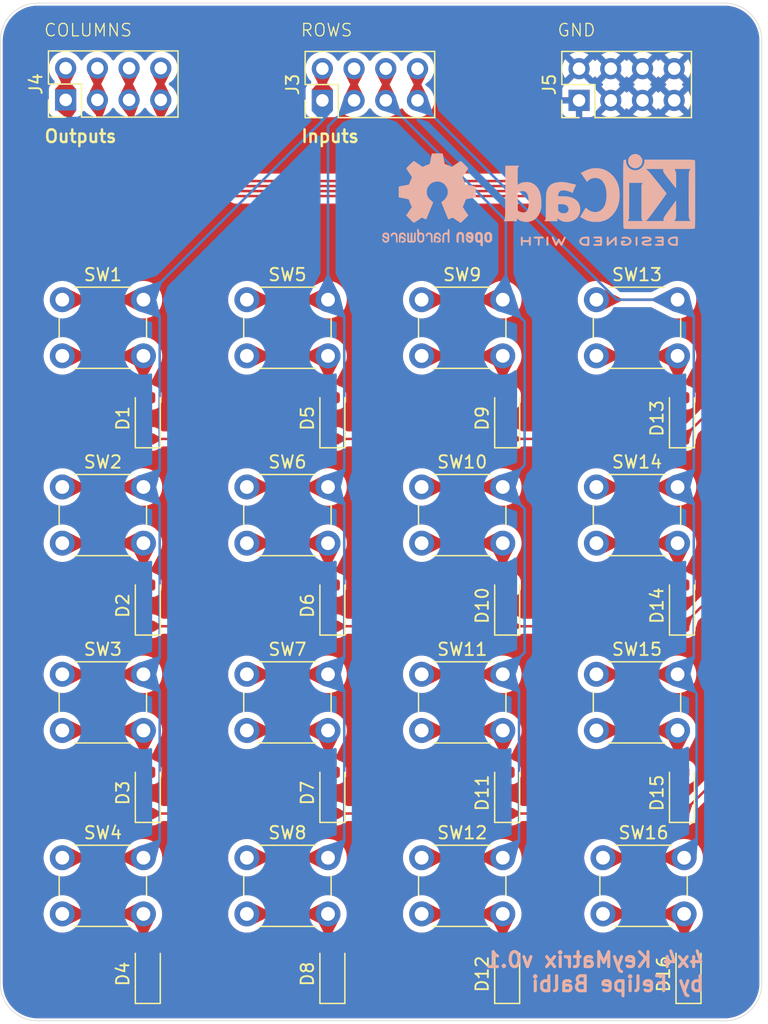
<source format=kicad_pcb>
(kicad_pcb (version 20241229) (generator "pcbnew") (generator_version "9.0")
  (layers (0 "F.Cu" signal) (2 "B.Cu" signal) (13 "F.Paste" user) (15 "B.Paste" user) (5 "F.SilkS" user "F.Silkscreen") (7 "B.SilkS" user "B.Silkscreen") (1 "F.Mask" user) (3 "B.Mask" user) (25 "Edge.Cuts" user))
  (net 0 "")
  (net 1 "COL1")
  (net 2 "Net-(D1-A)")
  (net 3 "COL2")
  (net 4 "Net-(D2-A)")
  (net 5 "COL3")
  (net 6 "Net-(D3-A)")
  (net 7 "COL4")
  (net 8 "Net-(D4-A)")
  (net 9 "Net-(D5-A)")
  (net 10 "Net-(D6-A)")
  (net 11 "Net-(D7-A)")
  (net 12 "Net-(D8-A)")
  (net 13 "Net-(D9-A)")
  (net 14 "Net-(D10-A)")
  (net 15 "Net-(D11-A)")
  (net 16 "Net-(D12-A)")
  (net 17 "Net-(D13-A)")
  (net 18 "Net-(D14-A)")
  (net 19 "Net-(D15-A)")
  (net 20 "Net-(D16-A)")
  (net 21 "ROW4")
  (net 22 "ROW3")
  (net 23 "ROW2")
  (net 24 "ROW1")
  (net 25 "GND")
  (footprint "Button_Switch_THT:SW_PUSH_6mm" (layer "F.Cu") (at 127.25 97.19)
    (property "Reference" "SW12" (at 3.25 -2 0) (layer "F.SilkS"))
    (property "Value" "SW_Push")
    (pad "1" thru_hole circle (at 0 0 90) (size 2 2) (drill 1.1) (layers "*.Cu" "*.Mask") (net 22 "ROW3"))
    (pad "1" thru_hole circle (at 6.5 0 90) (size 2 2) (drill 1.1) (layers "*.Cu" "*.Mask") (net 22 "ROW3"))
    (pad "2" thru_hole circle (at 0 4.5 90) (size 2 2) (drill 1.1) (layers "*.Cu" "*.Mask") (net 16 "Net-(D12-A)"))
    (pad "2" thru_hole circle (at 6.5 4.5 90) (size 2 2) (drill 1.1) (layers "*.Cu" "*.Mask") (net 16 "Net-(D12-A)"))
  )
  (footprint "Diode_SMD:D_SOD-123" (layer "F.Cu") (at 148.625 106.5 90)
    (property "Reference" "D16" (at 0 -2 270) (layer "F.SilkS"))
    (property "Value" "1N4148W")
    (pad "1" smd roundrect (at -1.65 0 90) (size 0.9 1.2) (layers "F.Cu" "F.Mask" "F.Paste") (net 7 "COL4"))
    (pad "2" smd roundrect (at 1.65 0 90) (size 0.9 1.2) (layers "F.Cu" "F.Mask" "F.Paste") (net 20 "Net-(D16-A)"))
  )
  (footprint "Button_Switch_THT:SW_PUSH_6mm" (layer "F.Cu") (at 127.25 67.5)
    (property "Reference" "SW10" (at 3.25 -2 0) (layer "F.SilkS"))
    (property "Value" "SW_Push")
    (pad "1" thru_hole circle (at 0 0 90) (size 2 2) (drill 1.1) (layers "*.Cu" "*.Mask") (net 22 "ROW3"))
    (pad "1" thru_hole circle (at 6.5 0 90) (size 2 2) (drill 1.1) (layers "*.Cu" "*.Mask") (net 22 "ROW3"))
    (pad "2" thru_hole circle (at 0 4.5 90) (size 2 2) (drill 1.1) (layers "*.Cu" "*.Mask") (net 14 "Net-(D10-A)"))
    (pad "2" thru_hole circle (at 6.5 4.5 90) (size 2 2) (drill 1.1) (layers "*.Cu" "*.Mask") (net 14 "Net-(D10-A)"))
  )
  (footprint "Diode_SMD:D_SOD-123" (layer "F.Cu") (at 120.1 62 90)
    (property "Reference" "D5" (at 0 -2 270) (layer "F.SilkS"))
    (property "Value" "1N4148W")
    (pad "1" smd roundrect (at -1.65 0 90) (size 0.9 1.2) (layers "F.Cu" "F.Mask" "F.Paste") (net 1 "COL1"))
    (pad "2" smd roundrect (at 1.65 0 90) (size 0.9 1.2) (layers "F.Cu" "F.Mask" "F.Paste") (net 9 "Net-(D5-A)"))
  )
  (footprint "Connector_PinHeader_2.54mm:PinHeader_2x04_P2.54mm_Vertical" (layer "F.Cu") (at 139.86 36.54 90)
    (property "Reference" "J5" (at 1.27 -2.38 90) (layer "F.SilkS"))
    (property "Value" "GND")
    (pad "1" thru_hole rect (at 0 0 90) (size 1.7 1.7) (drill 1) (layers "*.Cu" "*.Mask") (net 25 "GND"))
    (pad "2" thru_hole circle (at 2.54 0 90) (size 1.7 1.7) (drill 1) (layers "*.Cu" "*.Mask") (net 25 "GND"))
    (pad "3" thru_hole circle (at 0 2.54 90) (size 1.7 1.7) (drill 1) (layers "*.Cu" "*.Mask") (net 25 "GND"))
    (pad "4" thru_hole circle (at 2.54 2.54 90) (size 1.7 1.7) (drill 1) (layers "*.Cu" "*.Mask") (net 25 "GND"))
    (pad "5" thru_hole circle (at 0 5.08 90) (size 1.7 1.7) (drill 1) (layers "*.Cu" "*.Mask") (net 25 "GND"))
    (pad "6" thru_hole circle (at 2.54 5.08 90) (size 1.7 1.7) (drill 1) (layers "*.Cu" "*.Mask") (net 25 "GND"))
    (pad "7" thru_hole circle (at 0 7.62 90) (size 1.7 1.7) (drill 1) (layers "*.Cu" "*.Mask") (net 25 "GND"))
    (pad "8" thru_hole circle (at 2.54 7.62 90) (size 1.7 1.7) (drill 1) (layers "*.Cu" "*.Mask") (net 25 "GND"))
  )
  (footprint "Button_Switch_THT:SW_PUSH_6mm" (layer "F.Cu") (at 113.25 67.5)
    (property "Reference" "SW6" (at 3.25 -2 0) (layer "F.SilkS"))
    (property "Value" "SW_Push")
    (pad "1" thru_hole circle (at 0 0 90) (size 2 2) (drill 1.1) (layers "*.Cu" "*.Mask") (net 23 "ROW2"))
    (pad "1" thru_hole circle (at 6.5 0 90) (size 2 2) (drill 1.1) (layers "*.Cu" "*.Mask") (net 23 "ROW2"))
    (pad "2" thru_hole circle (at 0 4.5 90) (size 2 2) (drill 1.1) (layers "*.Cu" "*.Mask") (net 10 "Net-(D6-A)"))
    (pad "2" thru_hole circle (at 6.5 4.5 90) (size 2 2) (drill 1.1) (layers "*.Cu" "*.Mask") (net 10 "Net-(D6-A)"))
  )
  (footprint "Diode_SMD:D_SOD-123" (layer "F.Cu") (at 120.1 106.5 90)
    (property "Reference" "D8" (at 0 -2 270) (layer "F.SilkS"))
    (property "Value" "1N4148W")
    (pad "1" smd roundrect (at -1.65 0 90) (size 0.9 1.2) (layers "F.Cu" "F.Mask" "F.Paste") (net 7 "COL4"))
    (pad "2" smd roundrect (at 1.65 0 90) (size 0.9 1.2) (layers "F.Cu" "F.Mask" "F.Paste") (net 12 "Net-(D8-A)"))
  )
  (footprint "Button_Switch_THT:SW_PUSH_6mm" (layer "F.Cu") (at 113.25 52.5)
    (property "Reference" "SW5" (at 3.25 -2 0) (layer "F.SilkS"))
    (property "Value" "SW_Push")
    (pad "1" thru_hole circle (at 0 0 90) (size 2 2) (drill 1.1) (layers "*.Cu" "*.Mask") (net 23 "ROW2"))
    (pad "1" thru_hole circle (at 6.5 0 90) (size 2 2) (drill 1.1) (layers "*.Cu" "*.Mask") (net 23 "ROW2"))
    (pad "2" thru_hole circle (at 0 4.5 90) (size 2 2) (drill 1.1) (layers "*.Cu" "*.Mask") (net 9 "Net-(D5-A)"))
    (pad "2" thru_hole circle (at 6.5 4.5 90) (size 2 2) (drill 1.1) (layers "*.Cu" "*.Mask") (net 9 "Net-(D5-A)"))
  )
  (footprint "Diode_SMD:D_SOD-123" (layer "F.Cu") (at 105.315 106.5 90)
    (property "Reference" "D4" (at 0 -2 270) (layer "F.SilkS"))
    (property "Value" "1N4148W")
    (pad "1" smd roundrect (at -1.65 0 90) (size 0.9 1.2) (layers "F.Cu" "F.Mask" "F.Paste") (net 7 "COL4"))
    (pad "2" smd roundrect (at 1.65 0 90) (size 0.9 1.2) (layers "F.Cu" "F.Mask" "F.Paste") (net 8 "Net-(D4-A)"))
  )
  (footprint "Diode_SMD:D_SOD-123" (layer "F.Cu") (at 134.1 92 90)
    (property "Reference" "D11" (at 0 -2 270) (layer "F.SilkS"))
    (property "Value" "1N4148W")
    (pad "1" smd roundrect (at -1.65 0 90) (size 0.9 1.2) (layers "F.Cu" "F.Mask" "F.Paste") (net 5 "COL3"))
    (pad "2" smd roundrect (at 1.65 0 90) (size 0.9 1.2) (layers "F.Cu" "F.Mask" "F.Paste") (net 15 "Net-(D11-A)"))
  )
  (footprint "Diode_SMD:D_SOD-123" (layer "F.Cu") (at 134.1 62 90)
    (property "Reference" "D9" (at 0 -2 270) (layer "F.SilkS"))
    (property "Value" "1N4148W")
    (pad "1" smd roundrect (at -1.65 0 90) (size 0.9 1.2) (layers "F.Cu" "F.Mask" "F.Paste") (net 1 "COL1"))
    (pad "2" smd roundrect (at 1.65 0 90) (size 0.9 1.2) (layers "F.Cu" "F.Mask" "F.Paste") (net 13 "Net-(D9-A)"))
  )
  (footprint "Button_Switch_THT:SW_PUSH_6mm" (layer "F.Cu") (at 98.465 52.5)
    (property "Reference" "SW1" (at 3.25 -2 0) (layer "F.SilkS"))
    (property "Value" "SW_Push")
    (pad "1" thru_hole circle (at 0 0 90) (size 2 2) (drill 1.1) (layers "*.Cu" "*.Mask") (net 24 "ROW1"))
    (pad "1" thru_hole circle (at 6.5 0 90) (size 2 2) (drill 1.1) (layers "*.Cu" "*.Mask") (net 24 "ROW1"))
    (pad "2" thru_hole circle (at 0 4.5 90) (size 2 2) (drill 1.1) (layers "*.Cu" "*.Mask") (net 2 "Net-(D1-A)"))
    (pad "2" thru_hole circle (at 6.5 4.5 90) (size 2 2) (drill 1.1) (layers "*.Cu" "*.Mask") (net 2 "Net-(D1-A)"))
  )
  (footprint "Button_Switch_THT:SW_PUSH_6mm" (layer "F.Cu") (at 127.25 82.5)
    (property "Reference" "SW11" (at 3.25 -2 0) (layer "F.SilkS"))
    (property "Value" "SW_Push")
    (pad "1" thru_hole circle (at 0 0 90) (size 2 2) (drill 1.1) (layers "*.Cu" "*.Mask") (net 22 "ROW3"))
    (pad "1" thru_hole circle (at 6.5 0 90) (size 2 2) (drill 1.1) (layers "*.Cu" "*.Mask") (net 22 "ROW3"))
    (pad "2" thru_hole circle (at 0 4.5 90) (size 2 2) (drill 1.1) (layers "*.Cu" "*.Mask") (net 15 "Net-(D11-A)"))
    (pad "2" thru_hole circle (at 6.5 4.5 90) (size 2 2) (drill 1.1) (layers "*.Cu" "*.Mask") (net 15 "Net-(D11-A)"))
  )
  (footprint "Button_Switch_THT:SW_PUSH_6mm" (layer "F.Cu") (at 113.25 82.5)
    (property "Reference" "SW7" (at 3.25 -2 0) (layer "F.SilkS"))
    (property "Value" "SW_Push")
    (pad "1" thru_hole circle (at 0 0 90) (size 2 2) (drill 1.1) (layers "*.Cu" "*.Mask") (net 23 "ROW2"))
    (pad "1" thru_hole circle (at 6.5 0 90) (size 2 2) (drill 1.1) (layers "*.Cu" "*.Mask") (net 23 "ROW2"))
    (pad "2" thru_hole circle (at 0 4.5 90) (size 2 2) (drill 1.1) (layers "*.Cu" "*.Mask") (net 11 "Net-(D7-A)"))
    (pad "2" thru_hole circle (at 6.5 4.5 90) (size 2 2) (drill 1.1) (layers "*.Cu" "*.Mask") (net 11 "Net-(D7-A)"))
  )
  (footprint "Button_Switch_THT:SW_PUSH_6mm" (layer "F.Cu") (at 98.465 97.19)
    (property "Reference" "SW4" (at 3.25 -2 0) (layer "F.SilkS"))
    (property "Value" "SW_Push")
    (pad "1" thru_hole circle (at 0 0 90) (size 2 2) (drill 1.1) (layers "*.Cu" "*.Mask") (net 24 "ROW1"))
    (pad "1" thru_hole circle (at 6.5 0 90) (size 2 2) (drill 1.1) (layers "*.Cu" "*.Mask") (net 24 "ROW1"))
    (pad "2" thru_hole circle (at 0 4.5 90) (size 2 2) (drill 1.1) (layers "*.Cu" "*.Mask") (net 8 "Net-(D4-A)"))
    (pad "2" thru_hole circle (at 6.5 4.5 90) (size 2 2) (drill 1.1) (layers "*.Cu" "*.Mask") (net 8 "Net-(D4-A)"))
  )
  (footprint "Connector_PinHeader_2.54mm:PinHeader_2x04_P2.54mm_Vertical" (layer "F.Cu") (at 119.2975 36.54 90)
    (property "Reference" "J3" (at 1.27 -2.38 90) (layer "F.SilkS"))
    (property "Value" "ROWS")
    (pad "1" thru_hole rect (at 0 0 90) (size 1.7 1.7) (drill 1) (layers "*.Cu" "*.Mask") (net 24 "ROW1"))
    (pad "2" thru_hole circle (at 2.54 0 90) (size 1.7 1.7) (drill 1) (layers "*.Cu" "*.Mask") (net 24 "ROW1"))
    (pad "3" thru_hole circle (at 0 2.54 90) (size 1.7 1.7) (drill 1) (layers "*.Cu" "*.Mask") (net 23 "ROW2"))
    (pad "4" thru_hole circle (at 2.54 2.54 90) (size 1.7 1.7) (drill 1) (layers "*.Cu" "*.Mask") (net 23 "ROW2"))
    (pad "5" thru_hole circle (at 0 5.08 90) (size 1.7 1.7) (drill 1) (layers "*.Cu" "*.Mask") (net 22 "ROW3"))
    (pad "6" thru_hole circle (at 2.54 5.08 90) (size 1.7 1.7) (drill 1) (layers "*.Cu" "*.Mask") (net 22 "ROW3"))
    (pad "7" thru_hole circle (at 0 7.62 90) (size 1.7 1.7) (drill 1) (layers "*.Cu" "*.Mask") (net 21 "ROW4"))
    (pad "8" thru_hole circle (at 2.54 7.62 90) (size 1.7 1.7) (drill 1) (layers "*.Cu" "*.Mask") (net 21 "ROW4"))
  )
  (footprint "Diode_SMD:D_SOD-123" (layer "F.Cu") (at 120.1 92 90)
    (property "Reference" "D7" (at 0 -2 270) (layer "F.SilkS"))
    (property "Value" "1N4148W")
    (pad "1" smd roundrect (at -1.65 0 90) (size 0.9 1.2) (layers "F.Cu" "F.Mask" "F.Paste") (net 5 "COL3"))
    (pad "2" smd roundrect (at 1.65 0 90) (size 0.9 1.2) (layers "F.Cu" "F.Mask" "F.Paste") (net 11 "Net-(D7-A)"))
  )
  (footprint "Button_Switch_THT:SW_PUSH_6mm" (layer "F.Cu") (at 141.775 97.19)
    (property "Reference" "SW16" (at 3.25 -2 0) (layer "F.SilkS"))
    (property "Value" "SW_Push")
    (pad "1" thru_hole circle (at 0 0 90) (size 2 2) (drill 1.1) (layers "*.Cu" "*.Mask") (net 21 "ROW4"))
    (pad "1" thru_hole circle (at 6.5 0 90) (size 2 2) (drill 1.1) (layers "*.Cu" "*.Mask") (net 21 "ROW4"))
    (pad "2" thru_hole circle (at 0 4.5 90) (size 2 2) (drill 1.1) (layers "*.Cu" "*.Mask") (net 20 "Net-(D16-A)"))
    (pad "2" thru_hole circle (at 6.5 4.5 90) (size 2 2) (drill 1.1) (layers "*.Cu" "*.Mask") (net 20 "Net-(D16-A)"))
  )
  (footprint "Button_Switch_THT:SW_PUSH_6mm" (layer "F.Cu") (at 141.25 82.5)
    (property "Reference" "SW15" (at 3.25 -2 0) (layer "F.SilkS"))
    (property "Value" "SW_Push")
    (pad "1" thru_hole circle (at 0 0 90) (size 2 2) (drill 1.1) (layers "*.Cu" "*.Mask") (net 21 "ROW4"))
    (pad "1" thru_hole circle (at 6.5 0 90) (size 2 2) (drill 1.1) (layers "*.Cu" "*.Mask") (net 21 "ROW4"))
    (pad "2" thru_hole circle (at 0 4.5 90) (size 2 2) (drill 1.1) (layers "*.Cu" "*.Mask") (net 19 "Net-(D15-A)"))
    (pad "2" thru_hole circle (at 6.5 4.5 90) (size 2 2) (drill 1.1) (layers "*.Cu" "*.Mask") (net 19 "Net-(D15-A)"))
  )
  (footprint "Diode_SMD:D_SOD-123" (layer "F.Cu") (at 148.1 77 90)
    (property "Reference" "D14" (at 0 -2 270) (layer "F.SilkS"))
    (property "Value" "1N4148W")
    (pad "1" smd roundrect (at -1.65 0 90) (size 0.9 1.2) (layers "F.Cu" "F.Mask" "F.Paste") (net 3 "COL2"))
    (pad "2" smd roundrect (at 1.65 0 90) (size 0.9 1.2) (layers "F.Cu" "F.Mask" "F.Paste") (net 18 "Net-(D14-A)"))
  )
  (footprint "Diode_SMD:D_SOD-123" (layer "F.Cu") (at 148.1 62 90)
    (property "Reference" "D13" (at 0 -2 270) (layer "F.SilkS"))
    (property "Value" "1N4148W")
    (pad "1" smd roundrect (at -1.65 0 90) (size 0.9 1.2) (layers "F.Cu" "F.Mask" "F.Paste") (net 1 "COL1"))
    (pad "2" smd roundrect (at 1.65 0 90) (size 0.9 1.2) (layers "F.Cu" "F.Mask" "F.Paste") (net 17 "Net-(D13-A)"))
  )
  (footprint "Connector_PinHeader_2.54mm:PinHeader_2x04_P2.54mm_Vertical" (layer "F.Cu") (at 98.735 36.5 90)
    (property "Reference" "J4" (at 1.27 -2.38 90) (layer "F.SilkS"))
    (property "Value" "COLUMNS")
    (pad "1" thru_hole rect (at 0 0 90) (size 1.7 1.7) (drill 1) (layers "*.Cu" "*.Mask") (net 1 "COL1"))
    (pad "2" thru_hole circle (at 2.54 0 90) (size 1.7 1.7) (drill 1) (layers "*.Cu" "*.Mask") (net 1 "COL1"))
    (pad "3" thru_hole circle (at 0 2.54 90) (size 1.7 1.7) (drill 1) (layers "*.Cu" "*.Mask") (net 3 "COL2"))
    (pad "4" thru_hole circle (at 2.54 2.54 90) (size 1.7 1.7) (drill 1) (layers "*.Cu" "*.Mask") (net 3 "COL2"))
    (pad "5" thru_hole circle (at 0 5.08 90) (size 1.7 1.7) (drill 1) (layers "*.Cu" "*.Mask") (net 5 "COL3"))
    (pad "6" thru_hole circle (at 2.54 5.08 90) (size 1.7 1.7) (drill 1) (layers "*.Cu" "*.Mask") (net 5 "COL3"))
    (pad "7" thru_hole circle (at 0 7.62 90) (size 1.7 1.7) (drill 1) (layers "*.Cu" "*.Mask") (net 7 "COL4"))
    (pad "8" thru_hole circle (at 2.54 7.62 90) (size 1.7 1.7) (drill 1) (layers "*.Cu" "*.Mask") (net 7 "COL4"))
  )
  (footprint "Diode_SMD:D_SOD-123" (layer "F.Cu") (at 134.1 106.5 90)
    (property "Reference" "D12" (at 0 -2 270) (layer "F.SilkS"))
    (property "Value" "1N4148W")
    (pad "1" smd roundrect (at -1.65 0 90) (size 0.9 1.2) (layers "F.Cu" "F.Mask" "F.Paste") (net 7 "COL4"))
    (pad "2" smd roundrect (at 1.65 0 90) (size 0.9 1.2) (layers "F.Cu" "F.Mask" "F.Paste") (net 16 "Net-(D12-A)"))
  )
  (footprint "Button_Switch_THT:SW_PUSH_6mm" (layer "F.Cu") (at 141.25 52.5)
    (property "Reference" "SW13" (at 3.25 -2 0) (layer "F.SilkS"))
    (property "Value" "SW_Push")
    (pad "1" thru_hole circle (at 0 0 90) (size 2 2) (drill 1.1) (layers "*.Cu" "*.Mask") (net 21 "ROW4"))
    (pad "1" thru_hole circle (at 6.5 0 90) (size 2 2) (drill 1.1) (layers "*.Cu" "*.Mask") (net 21 "ROW4"))
    (pad "2" thru_hole circle (at 0 4.5 90) (size 2 2) (drill 1.1) (layers "*.Cu" "*.Mask") (net 17 "Net-(D13-A)"))
    (pad "2" thru_hole circle (at 6.5 4.5 90) (size 2 2) (drill 1.1) (layers "*.Cu" "*.Mask") (net 17 "Net-(D13-A)"))
  )
  (footprint "Diode_SMD:D_SOD-123" (layer "F.Cu") (at 105.315 62 90)
    (property "Reference" "D1" (at 0 -2 270) (layer "F.SilkS"))
    (property "Value" "1N4148W")
    (pad "1" smd roundrect (at -1.65 0 90) (size 0.9 1.2) (layers "F.Cu" "F.Mask" "F.Paste") (net 1 "COL1"))
    (pad "2" smd roundrect (at 1.65 0 90) (size 0.9 1.2) (layers "F.Cu" "F.Mask" "F.Paste") (net 2 "Net-(D1-A)"))
  )
  (footprint "Diode_SMD:D_SOD-123" (layer "F.Cu") (at 105.315 92 90)
    (property "Reference" "D3" (at 0 -2 270) (layer "F.SilkS"))
    (property "Value" "1N4148W")
    (pad "1" smd roundrect (at -1.65 0 90) (size 0.9 1.2) (layers "F.Cu" "F.Mask" "F.Paste") (net 5 "COL3"))
    (pad "2" smd roundrect (at 1.65 0 90) (size 0.9 1.2) (layers "F.Cu" "F.Mask" "F.Paste") (net 6 "Net-(D3-A)"))
  )
  (footprint "Button_Switch_THT:SW_PUSH_6mm" (layer "F.Cu") (at 127.25 52.5)
    (property "Reference" "SW9" (at 3.25 -2 0) (layer "F.SilkS"))
    (property "Value" "SW_Push")
    (pad "1" thru_hole circle (at 0 0 90) (size 2 2) (drill 1.1) (layers "*.Cu" "*.Mask") (net 22 "ROW3"))
    (pad "1" thru_hole circle (at 6.5 0 90) (size 2 2) (drill 1.1) (layers "*.Cu" "*.Mask") (net 22 "ROW3"))
    (pad "2" thru_hole circle (at 0 4.5 90) (size 2 2) (drill 1.1) (layers "*.Cu" "*.Mask") (net 13 "Net-(D9-A)"))
    (pad "2" thru_hole circle (at 6.5 4.5 90) (size 2 2) (drill 1.1) (layers "*.Cu" "*.Mask") (net 13 "Net-(D9-A)"))
  )
  (footprint "Button_Switch_THT:SW_PUSH_6mm" (layer "F.Cu") (at 113.25 97.19)
    (property "Reference" "SW8" (at 3.25 -2 0) (layer "F.SilkS"))
    (property "Value" "SW_Push")
    (pad "1" thru_hole circle (at 0 0 90) (size 2 2) (drill 1.1) (layers "*.Cu" "*.Mask") (net 23 "ROW2"))
    (pad "1" thru_hole circle (at 6.5 0 90) (size 2 2) (drill 1.1) (layers "*.Cu" "*.Mask") (net 23 "ROW2"))
    (pad "2" thru_hole circle (at 0 4.5 90) (size 2 2) (drill 1.1) (layers "*.Cu" "*.Mask") (net 12 "Net-(D8-A)"))
    (pad "2" thru_hole circle (at 6.5 4.5 90) (size 2 2) (drill 1.1) (layers "*.Cu" "*.Mask") (net 12 "Net-(D8-A)"))
  )
  (footprint "Diode_SMD:D_SOD-123" (layer "F.Cu") (at 105.315 77 90)
    (property "Reference" "D2" (at 0 -2 270) (layer "F.SilkS"))
    (property "Value" "1N4148W")
    (pad "1" smd roundrect (at -1.65 0 90) (size 0.9 1.2) (layers "F.Cu" "F.Mask" "F.Paste") (net 3 "COL2"))
    (pad "2" smd roundrect (at 1.65 0 90) (size 0.9 1.2) (layers "F.Cu" "F.Mask" "F.Paste") (net 4 "Net-(D2-A)"))
  )
  (footprint "Diode_SMD:D_SOD-123" (layer "F.Cu") (at 134.1 77 90)
    (property "Reference" "D10" (at 0 -2 270) (layer "F.SilkS"))
    (property "Value" "1N4148W")
    (pad "1" smd roundrect (at -1.65 0 90) (size 0.9 1.2) (layers "F.Cu" "F.Mask" "F.Paste") (net 3 "COL2"))
    (pad "2" smd roundrect (at 1.65 0 90) (size 0.9 1.2) (layers "F.Cu" "F.Mask" "F.Paste") (net 14 "Net-(D10-A)"))
  )
  (footprint "Diode_SMD:D_SOD-123" (layer "F.Cu") (at 148.1 92 90)
    (property "Reference" "D15" (at 0 -2 270) (layer "F.SilkS"))
    (property "Value" "1N4148W")
    (pad "1" smd roundrect (at -1.65 0 90) (size 0.9 1.2) (layers "F.Cu" "F.Mask" "F.Paste") (net 5 "COL3"))
    (pad "2" smd roundrect (at 1.65 0 90) (size 0.9 1.2) (layers "F.Cu" "F.Mask" "F.Paste") (net 19 "Net-(D15-A)"))
  )
  (footprint "Button_Switch_THT:SW_PUSH_6mm" (layer "F.Cu") (at 141.25 67.5)
    (property "Reference" "SW14" (at 3.25 -2 0) (layer "F.SilkS"))
    (property "Value" "SW_Push")
    (pad "1" thru_hole circle (at 0 0 90) (size 2 2) (drill 1.1) (layers "*.Cu" "*.Mask") (net 21 "ROW4"))
    (pad "1" thru_hole circle (at 6.5 0 90) (size 2 2) (drill 1.1) (layers "*.Cu" "*.Mask") (net 21 "ROW4"))
    (pad "2" thru_hole circle (at 0 4.5 90) (size 2 2) (drill 1.1) (layers "*.Cu" "*.Mask") (net 18 "Net-(D14-A)"))
    (pad "2" thru_hole circle (at 6.5 4.5 90) (size 2 2) (drill 1.1) (layers "*.Cu" "*.Mask") (net 18 "Net-(D14-A)"))
  )
  (footprint "Button_Switch_THT:SW_PUSH_6mm" (layer "F.Cu") (at 98.465 82.5)
    (property "Reference" "SW3" (at 3.25 -2 0) (layer "F.SilkS"))
    (property "Value" "SW_Push")
    (pad "1" thru_hole circle (at 0 0 90) (size 2 2) (drill 1.1) (layers "*.Cu" "*.Mask") (net 24 "ROW1"))
    (pad "1" thru_hole circle (at 6.5 0 90) (size 2 2) (drill 1.1) (layers "*.Cu" "*.Mask") (net 24 "ROW1"))
    (pad "2" thru_hole circle (at 0 4.5 90) (size 2 2) (drill 1.1) (layers "*.Cu" "*.Mask") (net 6 "Net-(D3-A)"))
    (pad "2" thru_hole circle (at 6.5 4.5 90) (size 2 2) (drill 1.1) (layers "*.Cu" "*.Mask") (net 6 "Net-(D3-A)"))
  )
  (footprint "Diode_SMD:D_SOD-123" (layer "F.Cu") (at 120.1 77 90)
    (property "Reference" "D6" (at 0 -2 270) (layer "F.SilkS"))
    (property "Value" "1N4148W")
    (pad "1" smd roundrect (at -1.65 0 90) (size 0.9 1.2) (layers "F.Cu" "F.Mask" "F.Paste") (net 3 "COL2"))
    (pad "2" smd roundrect (at 1.65 0 90) (size 0.9 1.2) (layers "F.Cu" "F.Mask" "F.Paste") (net 10 "Net-(D6-A)"))
  )
  (footprint "Button_Switch_THT:SW_PUSH_6mm" (layer "F.Cu") (at 98.465 67.5)
    (property "Reference" "SW2" (at 3.25 -2 0) (layer "F.SilkS"))
    (property "Value" "SW_Push")
    (pad "1" thru_hole circle (at 0 0 90) (size 2 2) (drill 1.1) (layers "*.Cu" "*.Mask") (net 24 "ROW1"))
    (pad "1" thru_hole circle (at 6.5 0 90) (size 2 2) (drill 1.1) (layers "*.Cu" "*.Mask") (net 24 "ROW1"))
    (pad "2" thru_hole circle (at 0 4.5 90) (size 2 2) (drill 1.1) (layers "*.Cu" "*.Mask") (net 4 "Net-(D2-A)"))
    (pad "2" thru_hole circle (at 6.5 4.5 90) (size 2 2) (drill 1.1) (layers "*.Cu" "*.Mask") (net 4 "Net-(D2-A)"))
  )
  (footprint "Symbol:KiCad-Logo2_6mm_SilkScreen" (layer "B.Cu") (at 141.5 43.813905 180)
    (property "Reference" "REF**" (hide yes))
    (property "Value" "KiCad-Logo2_6mm_SilkScreen" (hide yes))
  )
  (footprint "Symbol:OSHW-Logo2_9.8x8mm_SilkScreen" (layer "B.Cu") (at 128.5 44.5 180)
    (property "Reference" "REF**" (hide yes))
    (property "Value" "OSHW-Logo2_9.8x8mm_SilkScreen" (hide yes))
  )
  (gr_arc (start 151.5 28.75) (mid 153.62132 29.62868) (end 154.5 31.75) (stroke (width 0.05)) (layer "Edge.Cuts"))
  (gr_line (start 151.5 110.25) (end 96.5 110.25) (stroke (width 0.05)) (layer "Edge.Cuts"))
  (gr_line (start 96.5 28.75) (end 151.5 28.75) (stroke (width 0.05)) (layer "Edge.Cuts"))
  (gr_arc (start 154.5 107.25) (mid 153.62132 109.37132) (end 151.5 110.25) (stroke (width 0.05)) (layer "Edge.Cuts"))
  (gr_line (start 154.5 31.75) (end 154.5 107.25) (stroke (width 0.05)) (layer "Edge.Cuts"))
  (gr_line (start 93.5 107.25) (end 93.5 31.75) (stroke (width 0.05)) (layer "Edge.Cuts"))
  (gr_arc (start 96.5 110.25) (mid 94.37868 109.37132) (end 93.5 107.25) (stroke (width 0.05)) (layer "Edge.Cuts"))
  (gr_arc (start 93.5 31.75) (mid 94.37868 29.62868) (end 96.5 28.75) (stroke (width 0.05)) (layer "Edge.Cuts"))
  (gr_text "COLUMNS" (at 96.94 31.5 0) (layer "F.SilkS") (effects (font (size 1 1) (thickness 0.1)) (justify left bottom)))
  (gr_text "GND" (at 138.065 31.5 0) (layer "F.SilkS") (effects (font (size 1 1) (thickness 0.1)) (justify left bottom)))
  (gr_text "ROWS" (at 117.5025 31.5 0) (layer "F.SilkS") (effects (font (size 1 1) (thickness 0.1)) (justify left bottom)))
  (gr_text "Inputs" (at 117.5025 40 0) (layer "F.SilkS") (effects (font (size 1 1) (thickness 0.2) (bold yes)) (justify left bottom)))
  (gr_text "Outputs" (at 96.94 40 0) (layer "F.SilkS") (effects (font (size 1 1) (thickness 0.2) (bold yes)) (justify left bottom)))
  (gr_text "4x4 KeyMatrix v0.1\nby Felipe Balbi" (at 150 108 0) (layer "B.SilkS") (effects (font (size 1.2 1.2) (thickness 0.25)) (justify left bottom mirror)))
  (segment (start 112.3567 44.203) (end 112.1537 44) (width 0.2) (layer "F.Cu") (net 1))
  (segment (start 148.1 63.65) (end 152.696 59.054) (width 0.2) (layer "F.Cu") (net 1))
  (segment (start 148.1 63.65) (end 134.1 63.65) (width 0.2) (layer "F.Cu") (net 1))
  (segment (start 112.1537 44) (end 105 44) (width 0.2) (layer "F.Cu") (net 1))
  (segment (start 105 44) (end 98.735 37.735) (width 0.2) (layer "F.Cu") (net 1))
  (segment (start 152.696 46.7631) (end 150.1359 44.203) (width 0.2) (layer "F.Cu") (net 1))
  (segment (start 98.735 36.5) (end 98.735 33.96) (width 0.2) (layer "F.Cu") (net 1))
  (segment (start 120.1 63.65) (end 105.315 63.65) (width 0.2) (layer "F.Cu") (net 1))
  (segment (start 134.1 63.65) (end 120.1 63.65) (width 0.2) (layer "F.Cu") (net 1))
  (segment (start 98.735 37.735) (end 98.735 36.5) (width 0.2) (layer "F.Cu") (net 1))
  (segment (start 150.1359 44.203) (end 112.3567 44.203) (width 0.2) (layer "F.Cu") (net 1))
  (segment (start 152.696 59.054) (end 152.696 46.7631) (width 0.2) (layer "F.Cu") (net 1))
  (segment (start 98.465 57) (end 98.465 56.535) (width 0.2) (layer "F.Cu") (net 2))
  (segment (start 104.965 60) (end 105.315 60.35) (width 0.2) (layer "F.Cu") (net 2))
  (segment (start 98.465 56.535) (end 98.5 56.5) (width 0.2) (layer "F.Cu") (net 2))
  (segment (start 99 57) (end 104.965 57) (width 0.2) (layer "F.Cu") (net 2))
  (segment (start 98.5 56.5) (end 99 57) (width 0.2) (layer "F.Cu") (net 2))
  (segment (start 104.965 57) (end 104.965 60) (width 0.2) (layer "F.Cu") (net 2))
  (segment (start 105.315 78.65) (end 120.1 78.65) (width 0.2) (layer "F.Cu") (net 3))
  (segment (start 101.275 37.775) (end 101.275 36.5) (width 0.2) (layer "F.Cu") (net 3))
  (segment (start 134.1 78.65) (end 148.1 78.65) (width 0.2) (layer "F.Cu") (net 3))
  (segment (start 112.5228 43.802) (end 112.2208 43.5) (width 0.2) (layer "F.Cu") (net 3))
  (segment (start 101.275 36.5) (end 101.275 33.96) (width 0.2) (layer "F.Cu") (net 3))
  (segment (start 112.2208 43.5) (end 107 43.5) (width 0.2) (layer "F.Cu") (net 3))
  (segment (start 150.302 43.802) (end 112.5228 43.802) (width 0.2) (layer "F.Cu") (net 3))
  (segment (start 107 43.5) (end 101.275 37.775) (width 0.2) (layer "F.Cu") (net 3))
  (segment (start 153.097 73.653) (end 153.097 46.597) (width 0.2) (layer "F.Cu") (net 3))
  (segment (start 153.097 46.597) (end 150.302 43.802) (width 0.2) (layer "F.Cu") (net 3))
  (segment (start 148.1 78.65) (end 153.097 73.653) (width 0.2) (layer "F.Cu") (net 3))
  (segment (start 120.1 78.65) (end 134.1 78.65) (width 0.2) (layer "F.Cu") (net 3))
  (segment (start 98.465 72) (end 104.965 72) (width 0.2) (layer "F.Cu") (net 4))
  (segment (start 104.965 75) (end 105.315 75.35) (width 0.2) (layer "F.Cu") (net 4))
  (segment (start 104.965 72) (end 104.965 75) (width 0.2) (layer "F.Cu") (net 4))
  (segment (start 120.1 93.65) (end 105.315 93.65) (width 0.2) (layer "F.Cu") (net 5))
  (segment (start 153.498 88.252) (end 153.498 46.4309) (width 0.2) (layer "F.Cu") (net 5))
  (segment (start 148.35 93.65) (end 148.5 93.5) (width 0.2) (layer "F.Cu") (net 5))
  (segment (start 148.1 93.65) (end 148.35 93.65) (width 0.2) (layer "F.Cu") (net 5))
  (segment (start 153.498 46.4309) (end 150.4681 43.401) (width 0.2) (layer "F.Cu") (net 5))
  (segment (start 134.1 93.65) (end 120.1 93.65) (width 0.2) (layer "F.Cu") (net 5))
  (segment (start 112.2879 43) (end 109 43) (width 0.2) (layer "F.Cu") (net 5))
  (segment (start 150.4681 43.401) (end 112.6889 43.401) (width 0.2) (layer "F.Cu") (net 5))
  (segment (start 148.1 93.65) (end 153.498 88.252) (width 0.2) (layer "F.Cu") (net 5))
  (segment (start 112.6889 43.401) (end 112.2879 43) (width 0.2) (layer "F.Cu") (net 5))
  (segment (start 103.815 37.815) (end 103.815 36.5) (width 0.2) (layer "F.Cu") (net 5))
  (segment (start 148.35 93.65) (end 134.1 93.65) (width 0.2) (layer "F.Cu") (net 5))
  (segment (start 109 43) (end 103.815 37.815) (width 0.2) (layer "F.Cu") (net 5))
  (segment (start 103.815 36.5) (end 103.815 33.96) (width 0.2) (layer "F.Cu") (net 5))
  (segment (start 104.965 87) (end 104.965 90) (width 0.2) (layer "F.Cu") (net 6))
  (segment (start 98.465 87) (end 104.965 87) (width 0.2) (layer "F.Cu") (net 6))
  (segment (start 104.965 90) (end 105.315 90.35) (width 0.2) (layer "F.Cu") (net 6))
  (segment (start 148.625 108.15) (end 134.1 108.15) (width 0.2) (layer "F.Cu") (net 7))
  (segment (start 112.454 42.599) (end 110.599 42.599) (width 0.2) (layer "F.Cu") (net 7))
  (segment (start 150.6342 43) (end 112.855 43) (width 0.2) (layer "F.Cu") (net 7))
  (segment (start 153.899 46.2648) (end 150.6342 43) (width 0.2) (layer "F.Cu") (net 7))
  (segment (start 110.599 42.599) (end 106.355 38.355) (width 0.2) (layer "F.Cu") (net 7))
  (segment (start 120.1 108.15) (end 134.1 108.15) (width 0.2) (layer "F.Cu") (net 7))
  (segment (start 106.355 36.5) (end 106.355 33.96) (width 0.2) (layer "F.Cu") (net 7))
  (segment (start 120.1 108.15) (end 105.315 108.15) (width 0.2) (layer "F.Cu") (net 7))
  (segment (start 106.355 38.355) (end 106.355 36.5) (width 0.2) (layer "F.Cu") (net 7))
  (segment (start 148.625 108.15) (end 153.899 102.876) (width 0.2) (layer "F.Cu") (net 7))
  (segment (start 112.855 43) (end 112.454 42.599) (width 0.2) (layer "F.Cu") (net 7))
  (segment (start 153.899 102.876) (end 153.899 46.2648) (width 0.2) (layer "F.Cu") (net 7))
  (segment (start 104.965 104.5) (end 105.315 104.85) (width 0.2) (layer "F.Cu") (net 8))
  (segment (start 104.965 101.69) (end 104.965 104.5) (width 0.2) (layer "F.Cu") (net 8))
  (segment (start 98.465 101.69) (end 104.965 101.69) (width 0.2) (layer "F.Cu") (net 8))
  (segment (start 119.75 60) (end 120.1 60.35) (width 0.2) (layer "F.Cu") (net 9))
  (segment (start 113.25 57) (end 119.75 57) (width 0.2) (layer "F.Cu") (net 9))
  (segment (start 119.75 57) (end 119.75 60) (width 0.2) (layer "F.Cu") (net 9))
  (segment (start 113.25 72) (end 119.75 72) (width 0.2) (layer "F.Cu") (net 10))
  (segment (start 119.75 75) (end 120.1 75.35) (width 0.2) (layer "F.Cu") (net 10))
  (segment (start 119.75 72) (end 119.75 75) (width 0.2) (layer "F.Cu") (net 10))
  (segment (start 119.75 87) (end 119.75 90) (width 0.2) (layer "F.Cu") (net 11))
  (segment (start 119.75 90) (end 120.1 90.35) (width 0.2) (layer "F.Cu") (net 11))
  (segment (start 113.25 87) (end 119.75 87) (width 0.2) (layer "F.Cu") (net 11))
  (segment (start 119.75 101.69) (end 119.75 104.5) (width 0.2) (layer "F.Cu") (net 12))
  (segment (start 119.75 104.5) (end 120.1 104.85) (width 0.2) (layer "F.Cu") (net 12))
  (segment (start 113.25 101.69) (end 119.75 101.69) (width 0.2) (layer "F.Cu") (net 12))
  (segment (start 133.75 60) (end 134.1 60.35) (width 0.2) (layer "F.Cu") (net 13))
  (segment (start 127.25 57) (end 133.75 57) (width 0.2) (layer "F.Cu") (net 13))
  (segment (start 133.75 57) (end 133.75 60) (width 0.2) (layer "F.Cu") (net 13))
  (segment (start 133.75 72) (end 133.75 75) (width 0.2) (layer "F.Cu") (net 14))
  (segment (start 127.25 72) (end 133.75 72) (width 0.2) (layer "F.Cu") (net 14))
  (segment (start 133.75 75) (end 134.1 75.35) (width 0.2) (layer "F.Cu") (net 14))
  (segment (start 133.75 87) (end 133.75 90) (width 0.2) (layer "F.Cu") (net 15))
  (segment (start 127.25 87) (end 133.75 87) (width 0.2) (layer "F.Cu") (net 15))
  (segment (start 133.75 90) (end 134.1 90.35) (width 0.2) (layer "F.Cu") (net 15))
  (segment (start 127.25 101.69) (end 133.75 101.69) (width 0.2) (layer "F.Cu") (net 16))
  (segment (start 133.75 101.69) (end 133.75 104.5) (width 0.2) (layer "F.Cu") (net 16))
  (segment (start 133.75 104.5) (end 134.1 104.85) (width 0.2) (layer "F.Cu") (net 16))
  (segment (start 147.75 60) (end 148.1 60.35) (width 0.2) (layer "F.Cu") (net 17))
  (segment (start 147.75 57) (end 147.75 60) (width 0.2) (layer "F.Cu") (net 17))
  (segment (start 141.25 57) (end 147.75 57) (width 0.2) (layer "F.Cu") (net 17))
  (segment (start 141.25 72) (end 147.75 72) (width 0.2) (layer "F.Cu") (net 18))
  (segment (start 147.75 75) (end 148.1 75.35) (width 0.2) (layer "F.Cu") (net 18))
  (segment (start 147.75 72) (end 147.75 75) (width 0.2) (layer "F.Cu") (net 18))
  (segment (start 141.25 87) (end 147.75 87) (width 0.2) (layer "F.Cu") (net 19))
  (segment (start 147.75 90) (end 148.1 90.35) (width 0.2) (layer "F.Cu") (net 19))
  (segment (start 147.75 87) (end 147.75 90) (width 0.2) (layer "F.Cu") (net 19))
  (segment (start 148.275 101.69) (end 148.275 104.5) (width 0.2) (layer "F.Cu") (net 20))
  (segment (start 148.275 104.5) (end 148.625 104.85) (width 0.2) (layer "F.Cu") (net 20))
  (segment (start 141.775 101.69) (end 148.275 101.69) (width 0.2) (layer "F.Cu") (net 20))
  (segment (start 147.75 67.5) (end 141.25 67.5) (width 0.2) (layer "F.Cu") (net 21))
  (segment (start 141.25 52.5) (end 147.75 52.5) (width 0.2) (layer "F.Cu") (net 21))
  (segment (start 147.75 82.5) (end 141.25 82.5) (width 0.2) (layer "F.Cu") (net 21))
  (segment (start 126.9175 36.54) (end 126.9175 34) (width 0.2) (layer "F.Cu") (net 21))
  (segment (start 148.275 97.19) (end 141.775 97.19) (width 0.2) (layer "F.Cu") (net 21))
  (segment (start 142.8775 52.5) (end 126.9175 36.54) (width 0.2) (layer "B.Cu") (net 21))
  (segment (start 149.275 96.19) (end 149.275 84.025) (width 0.2) (layer "B.Cu") (net 21))
  (segment (start 147.75 52.5) (end 142.8775 52.5) (width 0.2) (layer "B.Cu") (net 21))
  (segment (start 149.051 66.199) (end 147.75 67.5) (width 0.2) (layer "B.Cu") (net 21))
  (segment (start 147.75 67.5) (end 149.051 68.801) (width 0.2) (layer "B.Cu") (net 21))
  (segment (start 149.051 53.801) (end 149.051 66.199) (width 0.2) (layer "B.Cu") (net 21))
  (segment (start 148.275 97.19) (end 149.275 96.19) (width 0.2) (layer "B.Cu") (net 21))
  (segment (start 149.051 68.801) (end 149.051 81.199) (width 0.2) (layer "B.Cu") (net 21))
  (segment (start 149.051 81.199) (end 147.75 82.5) (width 0.2) (layer "B.Cu") (net 21))
  (segment (start 147.75 52.5) (end 149.051 53.801) (width 0.2) (layer "B.Cu") (net 21))
  (segment (start 149.275 84.025) (end 147.75 82.5) (width 0.2) (layer "B.Cu") (net 21))
  (segment (start 133.75 82.5) (end 127.25 82.5) (width 0.2) (layer "F.Cu") (net 22))
  (segment (start 124.3775 36.54) (end 124.3775 34) (width 0.2) (layer "F.Cu") (net 22))
  (segment (start 133.75 97.19) (end 127.25 97.19) (width 0.2) (layer "F.Cu") (net 22))
  (segment (start 127.25 52.5) (end 133.75 52.5) (width 0.2) (layer "F.Cu") (net 22))
  (segment (start 133.75 67.5) (end 127.25 67.5) (width 0.2) (layer "F.Cu") (net 22))
  (segment (start 135.051 83.801) (end 133.75 82.5) (width 0.2) (layer "B.Cu") (net 22))
  (segment (start 133.75 97.19) (end 135.051 95.889) (width 0.2) (layer "B.Cu") (net 22))
  (segment (start 133.75 52.5) (end 134 52.5) (width 0.2) (layer "B.Cu") (net 22))
  (segment (start 135.5 80.75) (end 135.5 69.25) (width 0.2) (layer "B.Cu") (net 22))
  (segment (start 135.051 95.889) (end 135.051 83.801) (width 0.2) (layer "B.Cu") (net 22))
  (segment (start 135.5 54.25) (end 133.75 52.5) (width 0.2) (layer "B.Cu") (net 22))
  (segment (start 134 52.5) (end 134 46.1625) (width 0.2) (layer "B.Cu") (net 22))
  (segment (start 134 46.1625) (end 124.3775 36.54) (width 0.2) (layer "B.Cu") (net 22))
  (segment (start 135.5 65.75) (end 135.5 54.25) (width 0.2) (layer "B.Cu") (net 22))
  (segment (start 133.75 67.5) (end 135.5 65.75) (width 0.2) (layer "B.Cu") (net 22))
  (segment (start 133.75 82.5) (end 135.5 80.75) (width 0.2) (layer "B.Cu") (net 22))
  (segment (start 135.5 69.25) (end 133.75 67.5) (width 0.2) (layer "B.Cu") (net 22))
  (segment (start 119.75 67.5) (end 113.25 67.5) (width 0.2) (layer "F.Cu") (net 23))
  (segment (start 119.75 97.19) (end 113.25 97.19) (width 0.2) (layer "F.Cu") (net 23))
  (segment (start 119.75 82.5) (end 113.25 82.5) (width 0.2) (layer "F.Cu") (net 23))
  (segment (start 121.8375 36.54) (end 121.8375 34) (width 0.2) (layer "F.Cu") (net 23))
  (segment (start 113.25 52.5) (end 119.75 52.5) (width 0.2) (layer "F.Cu") (net 23))
  (segment (start 119.75 67.5) (end 121.051 66.199) (width 0.2) (layer "B.Cu") (net 23))
  (segment (start 121.051 83.801) (end 119.75 82.5) (width 0.2) (layer "B.Cu") (net 23))
  (segment (start 121.8375 36.54) (end 119.75 38.6275) (width 0.2) (layer "B.Cu") (net 23))
  (segment (start 119.75 38.6275) (end 119.75 52.5) (width 0.2) (layer "B.Cu") (net 23))
  (segment (start 121.051 53.801) (end 119.75 52.5) (width 0.2) (layer "B.Cu") (net 23))
  (segment (start 119.75 97.19) (end 121.051 95.889) (width 0.2) (layer "B.Cu") (net 23))
  (segment (start 119.75 82.5) (end 121.051 81.199) (width 0.2) (layer "B.Cu") (net 23))
  (segment (start 121.051 68.801) (end 119.75 67.5) (width 0.2) (layer "B.Cu") (net 23))
  (segment (start 121.051 81.199) (end 121.051 68.801) (width 0.2) (layer "B.Cu") (net 23))
  (segment (start 121.051 95.889) (end 121.051 83.801) (width 0.2) (layer "B.Cu") (net 23))
  (segment (start 121.051 66.199) (end 121.051 53.801) (width 0.2) (layer "B.Cu") (net 23))
  (segment (start 98.465 52.5) (end 104.965 52.5) (width 0.2) (layer "F.Cu") (net 24))
  (segment (start 104.965 67.5) (end 98.465 67.5) (width 0.2) (layer "F.Cu") (net 24))
  (segment (start 104.965 97.19) (end 98.465 97.19) (width 0.2) (layer "F.Cu") (net 24))
  (segment (start 119.2975 36.54) (end 119.2975 34) (width 0.2) (layer "F.Cu") (net 24))
  (segment (start 104.965 82.5) (end 98.465 82.5) (width 0.2) (layer "F.Cu") (net 24))
  (segment (start 104.965 67.5) (end 106.266 66.199) (width 0.2) (layer "B.Cu") (net 24))
  (segment (start 106.266 68.801) (end 104.965 67.5) (width 0.2) (layer "B.Cu") (net 24))
  (segment (start 106.266 66.199) (end 106.266 53.801) (width 0.2) (layer "B.Cu") (net 24))
  (segment (start 106.266 83.801) (end 104.965 82.5) (width 0.2) (layer "B.Cu") (net 24))
  (segment (start 104.965 97.19) (end 106.266 95.889) (width 0.2) (layer "B.Cu") (net 24))
  (segment (start 106.266 95.889) (end 106.266 83.801) (width 0.2) (layer "B.Cu") (net 24))
  (segment (start 106.266 53.801) (end 104.965 52.5) (width 0.2) (layer "B.Cu") (net 24))
  (segment (start 104.965 82.5) (end 106.266 81.199) (width 0.2) (layer "B.Cu") (net 24))
  (segment (start 119.2975 36.54) (end 119.2975 38.1675) (width 0.2) (layer "B.Cu") (net 24))
  (segment (start 106.266 81.199) (end 106.266 68.801) (width 0.2) (layer "B.Cu") (net 24))
  (segment (start 119.2975 38.1675) (end 104.965 52.5) (width 0.2) (layer "B.Cu") (net 24))
  (zone (net 25) (net_name "GND") (layers "F.Cu" "B.Cu") (connect_pads (clearance 0.5)) (min_thickness 0.25) (fill yes (thermal_gap 0.5) (thermal_bridge_width 0.5) (island_removal_mode 2) (island_area_min 10))
    (polygon (pts (xy 93.5 28.5) (xy 155 28.5) (xy 155 110.5) (xy 93.5 110.5)))
  )
)
</source>
